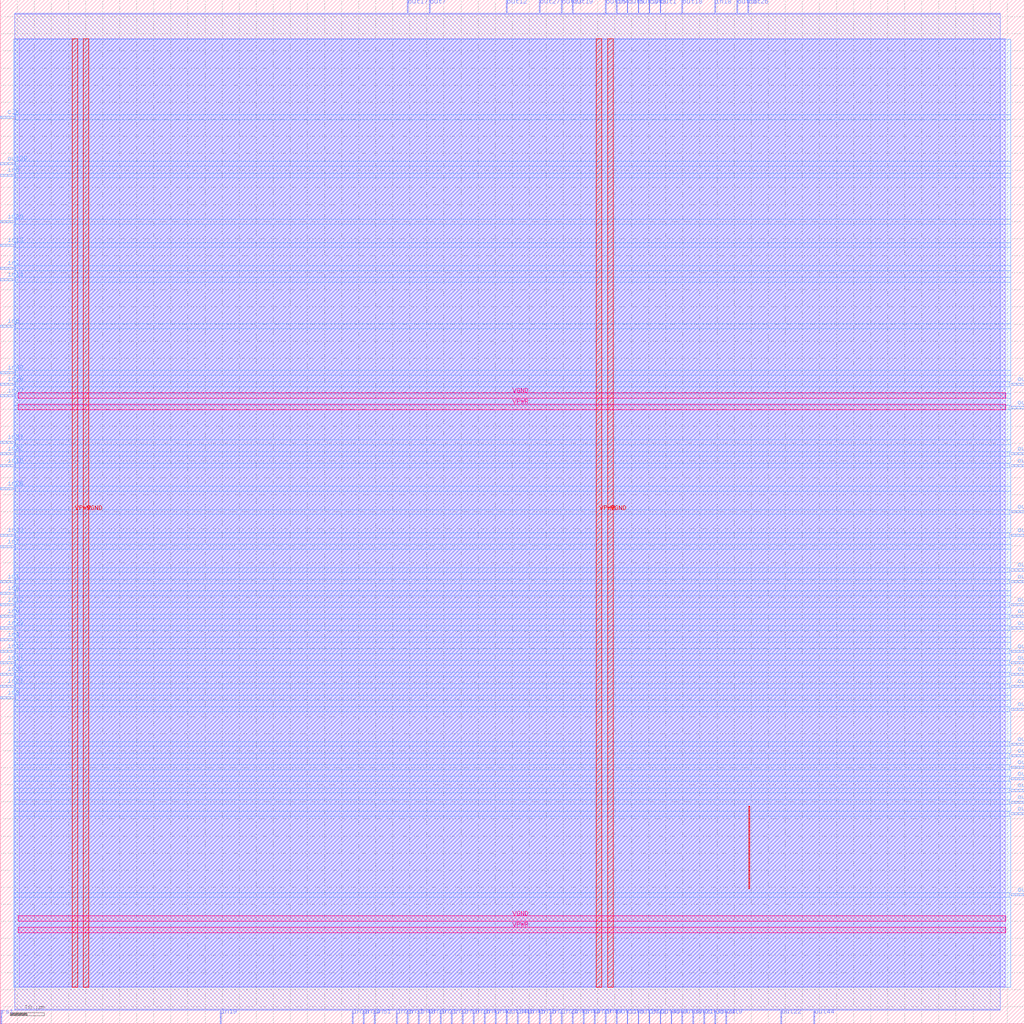
<source format=lef>
VERSION 5.7 ;
  NOWIREEXTENSIONATPIN ON ;
  DIVIDERCHAR "/" ;
  BUSBITCHARS "[]" ;
MACRO netlist_4
  CLASS BLOCK ;
  FOREIGN netlist_4 ;
  ORIGIN 0.000 0.000 ;
  SIZE 300.000 BY 300.000 ;
  PIN VGND
    DIRECTION INOUT ;
    USE GROUND ;
    PORT
      LAYER met4 ;
        RECT 24.340 10.640 25.940 288.560 ;
    END
    PORT
      LAYER met4 ;
        RECT 177.940 10.640 179.540 288.560 ;
    END
    PORT
      LAYER met5 ;
        RECT 5.280 30.030 294.640 31.630 ;
    END
    PORT
      LAYER met5 ;
        RECT 5.280 183.210 294.640 184.810 ;
    END
  END VGND
  PIN VPWR
    DIRECTION INOUT ;
    USE POWER ;
    PORT
      LAYER met4 ;
        RECT 21.040 10.640 22.640 288.560 ;
    END
    PORT
      LAYER met4 ;
        RECT 174.640 10.640 176.240 288.560 ;
    END
    PORT
      LAYER met5 ;
        RECT 5.280 26.730 294.640 28.330 ;
    END
    PORT
      LAYER met5 ;
        RECT 5.280 179.910 294.640 181.510 ;
    END
  END VPWR
  PIN clk
    DIRECTION INPUT ;
    USE SIGNAL ;
    ANTENNAGATEAREA 0.852000 ;
    ANTENNADIFFAREA 0.434700 ;
    PORT
      LAYER met3 ;
        RECT 0.000 265.240 4.000 265.840 ;
    END
  END clk
  PIN in0
    DIRECTION INPUT ;
    USE SIGNAL ;
    ANTENNAGATEAREA 0.196500 ;
    ANTENNADIFFAREA 0.434700 ;
    PORT
      LAYER met3 ;
        RECT 0.000 125.840 4.000 126.440 ;
    END
  END in0
  PIN in1
    DIRECTION INPUT ;
    USE SIGNAL ;
    ANTENNAGATEAREA 0.213000 ;
    ANTENNADIFFAREA 0.434700 ;
    PORT
      LAYER met3 ;
        RECT 0.000 129.240 4.000 129.840 ;
    END
  END in1
  PIN in10
    DIRECTION INPUT ;
    USE SIGNAL ;
    ANTENNAGATEAREA 0.196500 ;
    ANTENNADIFFAREA 0.434700 ;
    PORT
      LAYER met3 ;
        RECT 0.000 108.840 4.000 109.440 ;
    END
  END in10
  PIN in11
    DIRECTION INPUT ;
    USE SIGNAL ;
    ANTENNAGATEAREA 0.196500 ;
    ANTENNADIFFAREA 0.434700 ;
    PORT
      LAYER met3 ;
        RECT 0.000 105.440 4.000 106.040 ;
    END
  END in11
  PIN in12
    DIRECTION INPUT ;
    USE SIGNAL ;
    ANTENNAGATEAREA 0.196500 ;
    ANTENNADIFFAREA 0.434700 ;
    PORT
      LAYER met3 ;
        RECT 0.000 122.440 4.000 123.040 ;
    END
  END in12
  PIN in13
    DIRECTION INPUT ;
    USE SIGNAL ;
    ANTENNAGATEAREA 0.495000 ;
    ANTENNADIFFAREA 0.434700 ;
    PORT
      LAYER met3 ;
        RECT 0.000 227.840 4.000 228.440 ;
    END
  END in13
  PIN in14
    DIRECTION INPUT ;
    USE SIGNAL ;
    ANTENNAGATEAREA 0.213000 ;
    ANTENNADIFFAREA 0.434700 ;
    PORT
      LAYER met3 ;
        RECT 0.000 217.640 4.000 218.240 ;
    END
  END in14
  PIN in15
    DIRECTION INPUT ;
    USE SIGNAL ;
    ANTENNAGATEAREA 0.159000 ;
    ANTENNADIFFAREA 0.434700 ;
    PORT
      LAYER met3 ;
        RECT 0.000 163.240 4.000 163.840 ;
    END
  END in15
  PIN in16
    DIRECTION INPUT ;
    USE SIGNAL ;
    ANTENNAGATEAREA 0.196500 ;
    ANTENNADIFFAREA 0.434700 ;
    PORT
      LAYER met2 ;
        RECT 157.870 0.000 158.150 4.000 ;
    END
  END in16
  PIN in17
    DIRECTION INPUT ;
    USE SIGNAL ;
    ANTENNAGATEAREA 0.196500 ;
    ANTENNADIFFAREA 0.434700 ;
    PORT
      LAYER met3 ;
        RECT 0.000 183.640 4.000 184.240 ;
    END
  END in17
  PIN in18
    DIRECTION INPUT ;
    USE SIGNAL ;
    ANTENNAGATEAREA 0.159000 ;
    ANTENNADIFFAREA 0.434700 ;
    PORT
      LAYER met2 ;
        RECT 209.390 296.000 209.670 300.000 ;
    END
  END in18
  PIN in19
    DIRECTION INPUT ;
    USE SIGNAL ;
    ANTENNAGATEAREA 0.159000 ;
    ANTENNADIFFAREA 0.434700 ;
    PORT
      LAYER met2 ;
        RECT 64.490 0.000 64.770 4.000 ;
    END
  END in19
  PIN in2
    DIRECTION INPUT ;
    USE SIGNAL ;
    ANTENNAGATEAREA 0.213000 ;
    ANTENNADIFFAREA 0.434700 ;
    PORT
      LAYER met2 ;
        RECT 161.090 0.000 161.370 4.000 ;
    END
  END in2
  PIN in20
    DIRECTION INPUT ;
    USE SIGNAL ;
    ANTENNAGATEAREA 0.213000 ;
    ANTENNADIFFAREA 0.434700 ;
    PORT
      LAYER met3 ;
        RECT 0.000 234.640 4.000 235.240 ;
    END
  END in20
  PIN in21
    DIRECTION INPUT ;
    USE SIGNAL ;
    ANTENNAGATEAREA 0.126000 ;
    ANTENNADIFFAREA 0.434700 ;
    PORT
      LAYER met2 ;
        RECT 128.890 0.000 129.170 4.000 ;
    END
  END in21
  PIN in22
    DIRECTION INPUT ;
    USE SIGNAL ;
    ANTENNAGATEAREA 0.196500 ;
    ANTENNADIFFAREA 0.434700 ;
    PORT
      LAYER met2 ;
        RECT 190.070 0.000 190.350 4.000 ;
    END
  END in22
  PIN in23
    DIRECTION INPUT ;
    USE SIGNAL ;
    ANTENNAGATEAREA 0.159000 ;
    ANTENNADIFFAREA 0.434700 ;
    PORT
      LAYER met3 ;
        RECT 0.000 166.640 4.000 167.240 ;
    END
  END in23
  PIN in24
    DIRECTION INPUT ;
    USE SIGNAL ;
    ANTENNAGATEAREA 0.196500 ;
    ANTENNADIFFAREA 0.434700 ;
    PORT
      LAYER met2 ;
        RECT 164.310 0.000 164.590 4.000 ;
    END
  END in24
  PIN in25
    DIRECTION INPUT ;
    USE SIGNAL ;
    ANTENNAGATEAREA 0.196500 ;
    ANTENNADIFFAREA 0.434700 ;
    PORT
      LAYER met2 ;
        RECT 116.010 0.000 116.290 4.000 ;
    END
  END in25
  PIN in26
    DIRECTION INPUT ;
    USE SIGNAL ;
    ANTENNAGATEAREA 0.196500 ;
    ANTENNADIFFAREA 0.434700 ;
    PORT
      LAYER met3 ;
        RECT 0.000 156.440 4.000 157.040 ;
    END
  END in26
  PIN in27
    DIRECTION INPUT ;
    USE SIGNAL ;
    ANTENNAGATEAREA 0.196500 ;
    ANTENNADIFFAREA 0.434700 ;
    PORT
      LAYER met3 ;
        RECT 0.000 98.640 4.000 99.240 ;
    END
  END in27
  PIN in28
    DIRECTION INPUT ;
    USE SIGNAL ;
    ANTENNAGATEAREA 0.196500 ;
    ANTENNADIFFAREA 0.434700 ;
    PORT
      LAYER met3 ;
        RECT 0.000 187.040 4.000 187.640 ;
    END
  END in28
  PIN in29
    DIRECTION INPUT ;
    USE SIGNAL ;
    ANTENNAGATEAREA 0.196500 ;
    ANTENNADIFFAREA 0.434700 ;
    PORT
      LAYER met3 ;
        RECT 0.000 115.640 4.000 116.240 ;
    END
  END in29
  PIN in3
    DIRECTION INPUT ;
    USE SIGNAL ;
    ANTENNAGATEAREA 0.196500 ;
    ANTENNADIFFAREA 0.434700 ;
    PORT
      LAYER met3 ;
        RECT 0.000 221.040 4.000 221.640 ;
    END
  END in3
  PIN in30
    DIRECTION INPUT ;
    USE SIGNAL ;
    ANTENNAGATEAREA 0.213000 ;
    ANTENNADIFFAREA 0.434700 ;
    PORT
      LAYER met2 ;
        RECT 125.670 0.000 125.950 4.000 ;
    END
  END in30
  PIN in31
    DIRECTION INPUT ;
    USE SIGNAL ;
    ANTENNAGATEAREA 0.196500 ;
    ANTENNADIFFAREA 0.434700 ;
    PORT
      LAYER met2 ;
        RECT 119.230 0.000 119.510 4.000 ;
    END
  END in31
  PIN in32
    DIRECTION INPUT ;
    USE SIGNAL ;
    ANTENNAGATEAREA 0.196500 ;
    ANTENNADIFFAREA 0.434700 ;
    PORT
      LAYER met2 ;
        RECT 132.110 0.000 132.390 4.000 ;
    END
  END in32
  PIN in33
    DIRECTION INPUT ;
    USE SIGNAL ;
    ANTENNAGATEAREA 0.196500 ;
    ANTENNADIFFAREA 0.434700 ;
    PORT
      LAYER met3 ;
        RECT 0.000 142.840 4.000 143.440 ;
    END
  END in33
  PIN in34
    DIRECTION INPUT ;
    USE SIGNAL ;
    ANTENNAGATEAREA 0.196500 ;
    ANTENNADIFFAREA 0.434700 ;
    PORT
      LAYER met2 ;
        RECT 106.350 0.000 106.630 4.000 ;
    END
  END in34
  PIN in35
    DIRECTION INPUT ;
    USE SIGNAL ;
    ANTENNAGATEAREA 0.196500 ;
    ANTENNADIFFAREA 0.434700 ;
    PORT
      LAYER met3 ;
        RECT 0.000 102.040 4.000 102.640 ;
    END
  END in35
  PIN in36
    DIRECTION INPUT ;
    USE SIGNAL ;
    ANTENNAGATEAREA 0.196500 ;
    ANTENNADIFFAREA 0.434700 ;
    PORT
      LAYER met2 ;
        RECT 138.550 0.000 138.830 4.000 ;
    END
  END in36
  PIN in37
    DIRECTION INPUT ;
    USE SIGNAL ;
    ANTENNAGATEAREA 0.196500 ;
    ANTENNADIFFAREA 0.434700 ;
    PORT
      LAYER met3 ;
        RECT 0.000 170.040 4.000 170.640 ;
    END
  END in37
  PIN in38
    DIRECTION INPUT ;
    USE SIGNAL ;
    ANTENNAGATEAREA 0.213000 ;
    ANTENNADIFFAREA 0.434700 ;
    PORT
      LAYER met2 ;
        RECT 103.130 0.000 103.410 4.000 ;
    END
  END in38
  PIN in39
    DIRECTION INPUT ;
    USE SIGNAL ;
    ANTENNAGATEAREA 0.196500 ;
    ANTENNADIFFAREA 0.434700 ;
    PORT
      LAYER met2 ;
        RECT 173.970 0.000 174.250 4.000 ;
    END
  END in39
  PIN in4
    DIRECTION INPUT ;
    USE SIGNAL ;
    ANTENNAGATEAREA 0.196500 ;
    ANTENNADIFFAREA 0.434700 ;
    PORT
      LAYER met3 ;
        RECT 0.000 112.240 4.000 112.840 ;
    END
  END in4
  PIN in40
    DIRECTION INPUT ;
    USE SIGNAL ;
    ANTENNAGATEAREA 0.213000 ;
    ANTENNADIFFAREA 0.434700 ;
    PORT
      LAYER met3 ;
        RECT 0.000 190.440 4.000 191.040 ;
    END
  END in40
  PIN in41
    DIRECTION INPUT ;
    USE SIGNAL ;
    ANTENNAGATEAREA 0.159000 ;
    ANTENNADIFFAREA 0.434700 ;
    PORT
      LAYER met2 ;
        RECT 180.410 296.000 180.690 300.000 ;
    END
  END in41
  PIN in42
    DIRECTION INPUT ;
    USE SIGNAL ;
    ANTENNAGATEAREA 0.196500 ;
    ANTENNADIFFAREA 0.434700 ;
    PORT
      LAYER met2 ;
        RECT 144.990 0.000 145.270 4.000 ;
    END
  END in42
  PIN in43
    DIRECTION INPUT ;
    USE SIGNAL ;
    ANTENNAGATEAREA 0.196500 ;
    ANTENNADIFFAREA 0.434700 ;
    PORT
      LAYER met2 ;
        RECT 167.530 0.000 167.810 4.000 ;
    END
  END in43
  PIN in44
    DIRECTION INPUT ;
    USE SIGNAL ;
    ANTENNAGATEAREA 0.213000 ;
    ANTENNADIFFAREA 0.434700 ;
    PORT
      LAYER met2 ;
        RECT 170.750 0.000 171.030 4.000 ;
    END
  END in44
  PIN in45
    DIRECTION INPUT ;
    USE SIGNAL ;
    ANTENNAGATEAREA 0.196500 ;
    ANTENNADIFFAREA 0.434700 ;
    PORT
      LAYER met2 ;
        RECT 154.650 0.000 154.930 4.000 ;
    END
  END in45
  PIN in46
    DIRECTION INPUT ;
    USE SIGNAL ;
    ANTENNAGATEAREA 0.196500 ;
    ANTENNADIFFAREA 0.434700 ;
    PORT
      LAYER met2 ;
        RECT 151.430 0.000 151.710 4.000 ;
    END
  END in46
  PIN in47
    DIRECTION INPUT ;
    USE SIGNAL ;
    ANTENNAGATEAREA 0.126000 ;
    ANTENNADIFFAREA 0.434700 ;
    PORT
      LAYER met2 ;
        RECT 141.770 0.000 142.050 4.000 ;
    END
  END in47
  PIN in48
    DIRECTION INPUT ;
    USE SIGNAL ;
    ANTENNAGATEAREA 0.196500 ;
    ANTENNADIFFAREA 0.434700 ;
    PORT
      LAYER met2 ;
        RECT 122.450 0.000 122.730 4.000 ;
    END
  END in48
  PIN in49
    DIRECTION INPUT ;
    USE SIGNAL ;
    ANTENNAGATEAREA 0.196500 ;
    ANTENNADIFFAREA 0.434700 ;
    PORT
      LAYER met2 ;
        RECT 177.190 0.000 177.470 4.000 ;
    END
  END in49
  PIN in5
    DIRECTION INPUT ;
    USE SIGNAL ;
    ANTENNAGATEAREA 0.159000 ;
    ANTENNADIFFAREA 0.434700 ;
    PORT
      LAYER met3 ;
        RECT 0.000 248.240 4.000 248.840 ;
    END
  END in5
  PIN in50
    DIRECTION INPUT ;
    USE SIGNAL ;
    ANTENNAGATEAREA 0.213000 ;
    ANTENNADIFFAREA 0.434700 ;
    PORT
      LAYER met2 ;
        RECT 135.330 0.000 135.610 4.000 ;
    END
  END in50
  PIN in51
    DIRECTION INPUT ;
    USE SIGNAL ;
    ANTENNAGATEAREA 0.213000 ;
    ANTENNADIFFAREA 0.434700 ;
    PORT
      LAYER met2 ;
        RECT 109.570 0.000 109.850 4.000 ;
    END
  END in51
  PIN in6
    DIRECTION INPUT ;
    USE SIGNAL ;
    ANTENNAGATEAREA 0.213000 ;
    ANTENNADIFFAREA 0.434700 ;
    PORT
      LAYER met3 ;
        RECT 0.000 204.040 4.000 204.640 ;
    END
  END in6
  PIN in7
    DIRECTION INPUT ;
    USE SIGNAL ;
    ANTENNAGATEAREA 0.742500 ;
    ANTENNADIFFAREA 0.434700 ;
    PORT
      LAYER met3 ;
        RECT 0.000 139.440 4.000 140.040 ;
    END
  END in7
  PIN in8
    DIRECTION INPUT ;
    USE SIGNAL ;
    ANTENNAGATEAREA 0.196500 ;
    ANTENNADIFFAREA 0.434700 ;
    PORT
      LAYER met3 ;
        RECT 0.000 119.040 4.000 119.640 ;
    END
  END in8
  PIN in9
    DIRECTION INPUT ;
    USE SIGNAL ;
    ANTENNAGATEAREA 0.196500 ;
    ANTENNADIFFAREA 0.434700 ;
    PORT
      LAYER met3 ;
        RECT 0.000 95.240 4.000 95.840 ;
    END
  END in9
  PIN out0
    DIRECTION OUTPUT ;
    USE SIGNAL ;
    ANTENNADIFFAREA 0.445500 ;
    PORT
      LAYER met2 ;
        RECT 196.510 0.000 196.790 4.000 ;
    END
  END out0
  PIN out1
    DIRECTION OUTPUT ;
    USE SIGNAL ;
    ANTENNADIFFAREA 0.795200 ;
    PORT
      LAYER met2 ;
        RECT 193.290 296.000 193.570 300.000 ;
    END
  END out1
  PIN out10
    DIRECTION OUTPUT ;
    USE SIGNAL ;
    ANTENNADIFFAREA 0.795200 ;
    PORT
      LAYER met2 ;
        RECT 186.850 296.000 187.130 300.000 ;
    END
  END out10
  PIN out11
    DIRECTION OUTPUT ;
    USE SIGNAL ;
    ANTENNADIFFAREA 0.445500 ;
    PORT
      LAYER met2 ;
        RECT 180.410 0.000 180.690 4.000 ;
    END
  END out11
  PIN out12
    DIRECTION OUTPUT ;
    USE SIGNAL ;
    ANTENNADIFFAREA 0.795200 ;
    PORT
      LAYER met2 ;
        RECT 148.210 296.000 148.490 300.000 ;
    END
  END out12
  PIN out13
    DIRECTION OUTPUT ;
    USE SIGNAL ;
    ANTENNADIFFAREA 0.445500 ;
    PORT
      LAYER met3 ;
        RECT 296.000 105.440 300.000 106.040 ;
    END
  END out13
  PIN out14
    DIRECTION OUTPUT ;
    USE SIGNAL ;
    ANTENNADIFFAREA 0.445500 ;
    PORT
      LAYER met3 ;
        RECT 296.000 98.640 300.000 99.240 ;
    END
  END out14
  PIN out15
    DIRECTION OUTPUT ;
    USE SIGNAL ;
    ANTENNADIFFAREA 0.795200 ;
    PORT
      LAYER met2 ;
        RECT 177.190 296.000 177.470 300.000 ;
    END
  END out15
  PIN out16
    DIRECTION OUTPUT ;
    USE SIGNAL ;
    ANTENNADIFFAREA 0.795200 ;
    PORT
      LAYER met2 ;
        RECT 215.830 296.000 216.110 300.000 ;
    END
  END out16
  PIN out17
    DIRECTION OUTPUT ;
    USE SIGNAL ;
    ANTENNADIFFAREA 0.795200 ;
    PORT
      LAYER met2 ;
        RECT 119.230 296.000 119.510 300.000 ;
    END
  END out17
  PIN out18
    DIRECTION OUTPUT ;
    USE SIGNAL ;
    ANTENNADIFFAREA 0.795200 ;
    PORT
      LAYER met2 ;
        RECT 199.730 296.000 200.010 300.000 ;
    END
  END out18
  PIN out19
    DIRECTION OUTPUT ;
    USE SIGNAL ;
    ANTENNADIFFAREA 0.795200 ;
    PORT
      LAYER met2 ;
        RECT 167.530 296.000 167.810 300.000 ;
    END
  END out19
  PIN out2
    DIRECTION OUTPUT ;
    USE SIGNAL ;
    ANTENNADIFFAREA 0.445500 ;
    PORT
      LAYER met3 ;
        RECT 296.000 115.640 300.000 116.240 ;
    END
  END out2
  PIN out20
    DIRECTION OUTPUT ;
    USE SIGNAL ;
    ANTENNADIFFAREA 0.445500 ;
    PORT
      LAYER met2 ;
        RECT 186.850 0.000 187.130 4.000 ;
    END
  END out20
  PIN out21
    DIRECTION OUTPUT ;
    USE SIGNAL ;
    ANTENNADIFFAREA 0.445500 ;
    PORT
      LAYER met2 ;
        RECT 202.950 0.000 203.230 4.000 ;
    END
  END out21
  PIN out22
    DIRECTION OUTPUT ;
    USE SIGNAL ;
    ANTENNADIFFAREA 0.445500 ;
    PORT
      LAYER met2 ;
        RECT 228.710 0.000 228.990 4.000 ;
    END
  END out22
  PIN out23
    DIRECTION OUTPUT ;
    USE SIGNAL ;
    ANTENNADIFFAREA 0.795200 ;
    PORT
      LAYER met2 ;
        RECT 164.310 296.000 164.590 300.000 ;
    END
  END out23
  PIN out24
    DIRECTION OUTPUT ;
    USE SIGNAL ;
    ANTENNADIFFAREA 0.445500 ;
    PORT
      LAYER met2 ;
        RECT 209.390 0.000 209.670 4.000 ;
    END
  END out24
  PIN out25
    DIRECTION OUTPUT ;
    USE SIGNAL ;
    ANTENNADIFFAREA 0.445500 ;
    PORT
      LAYER met3 ;
        RECT 296.000 187.040 300.000 187.640 ;
    END
  END out25
  PIN out26
    DIRECTION OUTPUT ;
    USE SIGNAL ;
    ANTENNADIFFAREA 0.795200 ;
    PORT
      LAYER met2 ;
        RECT 219.050 296.000 219.330 300.000 ;
    END
  END out26
  PIN out27
    DIRECTION OUTPUT ;
    USE SIGNAL ;
    ANTENNADIFFAREA 0.340600 ;
    PORT
      LAYER met2 ;
        RECT 157.870 296.000 158.150 300.000 ;
    END
  END out27
  PIN out28
    DIRECTION OUTPUT ;
    USE SIGNAL ;
    ANTENNADIFFAREA 0.445500 ;
    PORT
      LAYER met3 ;
        RECT 296.000 119.040 300.000 119.640 ;
    END
  END out28
  PIN out29
    DIRECTION OUTPUT ;
    USE SIGNAL ;
    ANTENNADIFFAREA 0.445500 ;
    PORT
      LAYER met3 ;
        RECT 296.000 129.240 300.000 129.840 ;
    END
  END out29
  PIN out3
    DIRECTION OUTPUT ;
    USE SIGNAL ;
    ANTENNADIFFAREA 0.795200 ;
    PORT
      LAYER met2 ;
        RECT 190.070 296.000 190.350 300.000 ;
    END
  END out3
  PIN out30
    DIRECTION OUTPUT ;
    USE SIGNAL ;
    ANTENNADIFFAREA 0.445500 ;
    PORT
      LAYER met2 ;
        RECT 199.730 0.000 200.010 4.000 ;
    END
  END out30
  PIN out31
    DIRECTION OUTPUT ;
    USE SIGNAL ;
    ANTENNADIFFAREA 0.445500 ;
    PORT
      LAYER met3 ;
        RECT 296.000 37.440 300.000 38.040 ;
    END
  END out31
  PIN out32
    DIRECTION OUTPUT ;
    USE SIGNAL ;
    ANTENNADIFFAREA 0.445500 ;
    PORT
      LAYER met3 ;
        RECT 296.000 108.840 300.000 109.440 ;
    END
  END out32
  PIN out33
    DIRECTION OUTPUT ;
    USE SIGNAL ;
    ANTENNADIFFAREA 0.445500 ;
    PORT
      LAYER met3 ;
        RECT 296.000 91.840 300.000 92.440 ;
    END
  END out33
  PIN out34
    DIRECTION OUTPUT ;
    USE SIGNAL ;
    ANTENNADIFFAREA 0.445500 ;
    PORT
      LAYER met2 ;
        RECT 148.210 0.000 148.490 4.000 ;
    END
  END out34
  PIN out35
    DIRECTION OUTPUT ;
    USE SIGNAL ;
    ANTENNADIFFAREA 0.445500 ;
    PORT
      LAYER met2 ;
        RECT 206.170 0.000 206.450 4.000 ;
    END
  END out35
  PIN out36
    DIRECTION OUTPUT ;
    USE SIGNAL ;
    ANTENNADIFFAREA 0.445500 ;
    PORT
      LAYER met3 ;
        RECT 296.000 180.240 300.000 180.840 ;
    END
  END out36
  PIN out37
    DIRECTION OUTPUT ;
    USE SIGNAL ;
    ANTENNADIFFAREA 0.340600 ;
    PORT
      LAYER met3 ;
        RECT 296.000 163.240 300.000 163.840 ;
    END
  END out37
  PIN out38
    DIRECTION OUTPUT ;
    USE SIGNAL ;
    ANTENNADIFFAREA 0.340600 ;
    PORT
      LAYER met3 ;
        RECT 296.000 166.640 300.000 167.240 ;
    END
  END out38
  PIN out39
    DIRECTION OUTPUT ;
    USE SIGNAL ;
    ANTENNADIFFAREA 0.445500 ;
    PORT
      LAYER met3 ;
        RECT 0.000 251.640 4.000 252.240 ;
    END
  END out39
  PIN out4
    DIRECTION OUTPUT ;
    USE SIGNAL ;
    ANTENNADIFFAREA 0.445500 ;
    PORT
      LAYER met3 ;
        RECT 296.000 122.440 300.000 123.040 ;
    END
  END out4
  PIN out40
    DIRECTION OUTPUT ;
    USE SIGNAL ;
    ANTENNADIFFAREA 0.445500 ;
    PORT
      LAYER met2 ;
        RECT 193.290 0.000 193.570 4.000 ;
    END
  END out40
  PIN out41
    DIRECTION OUTPUT ;
    USE SIGNAL ;
    ANTENNADIFFAREA 0.445500 ;
    PORT
      LAYER met3 ;
        RECT 296.000 64.640 300.000 65.240 ;
    END
  END out41
  PIN out42
    DIRECTION OUTPUT ;
    USE SIGNAL ;
    ANTENNADIFFAREA 0.445500 ;
    PORT
      LAYER met3 ;
        RECT 296.000 81.640 300.000 82.240 ;
    END
  END out42
  PIN out43
    DIRECTION OUTPUT ;
    USE SIGNAL ;
    ANTENNADIFFAREA 0.445500 ;
    PORT
      LAYER met3 ;
        RECT 296.000 102.040 300.000 102.640 ;
    END
  END out43
  PIN out44
    DIRECTION OUTPUT ;
    USE SIGNAL ;
    ANTENNADIFFAREA 0.445500 ;
    PORT
      LAYER met2 ;
        RECT 238.370 0.000 238.650 4.000 ;
    END
  END out44
  PIN out45
    DIRECTION OUTPUT ;
    USE SIGNAL ;
    ANTENNADIFFAREA 0.445500 ;
    PORT
      LAYER met3 ;
        RECT 296.000 78.240 300.000 78.840 ;
    END
  END out45
  PIN out46
    DIRECTION OUTPUT ;
    USE SIGNAL ;
    ANTENNADIFFAREA 0.445500 ;
    PORT
      LAYER met3 ;
        RECT 296.000 149.640 300.000 150.240 ;
    END
  END out46
  PIN out47
    DIRECTION OUTPUT ;
    USE SIGNAL ;
    ANTENNADIFFAREA 0.445500 ;
    PORT
      LAYER met3 ;
        RECT 296.000 142.840 300.000 143.440 ;
    END
  END out47
  PIN out48
    DIRECTION OUTPUT ;
    USE SIGNAL ;
    ANTENNADIFFAREA 0.445500 ;
    PORT
      LAYER met3 ;
        RECT 296.000 61.240 300.000 61.840 ;
    END
  END out48
  PIN out49
    DIRECTION OUTPUT ;
    USE SIGNAL ;
    ANTENNADIFFAREA 0.445500 ;
    PORT
      LAYER met3 ;
        RECT 296.000 71.440 300.000 72.040 ;
    END
  END out49
  PIN out5
    DIRECTION OUTPUT ;
    USE SIGNAL ;
    ANTENNADIFFAREA 0.795200 ;
    PORT
      LAYER met2 ;
        RECT 183.630 296.000 183.910 300.000 ;
    END
  END out5
  PIN out50
    DIRECTION OUTPUT ;
    USE SIGNAL ;
    ANTENNADIFFAREA 0.445500 ;
    PORT
      LAYER met3 ;
        RECT 296.000 68.040 300.000 68.640 ;
    END
  END out50
  PIN out51
    DIRECTION OUTPUT ;
    USE SIGNAL ;
    ANTENNADIFFAREA 0.445500 ;
    PORT
      LAYER met3 ;
        RECT 296.000 74.840 300.000 75.440 ;
    END
  END out51
  PIN out6
    DIRECTION OUTPUT ;
    USE SIGNAL ;
    ANTENNADIFFAREA 0.445500 ;
    PORT
      LAYER met2 ;
        RECT 183.630 0.000 183.910 4.000 ;
    END
  END out6
  PIN out7
    DIRECTION OUTPUT ;
    USE SIGNAL ;
    ANTENNADIFFAREA 0.795200 ;
    PORT
      LAYER met2 ;
        RECT 125.670 296.000 125.950 300.000 ;
    END
  END out7
  PIN out8
    DIRECTION OUTPUT ;
    USE SIGNAL ;
    ANTENNADIFFAREA 0.445500 ;
    PORT
      LAYER met3 ;
        RECT 296.000 132.640 300.000 133.240 ;
    END
  END out8
  PIN out9
    DIRECTION OUTPUT ;
    USE SIGNAL ;
    ANTENNADIFFAREA 0.445500 ;
    PORT
      LAYER met2 ;
        RECT 212.610 0.000 212.890 4.000 ;
    END
  END out9
  PIN rst
    DIRECTION INPUT ;
    USE SIGNAL ;
    PORT
      LAYER met2 ;
        RECT 0.090 0.000 0.370 4.000 ;
    END
  END rst
  OBS
      LAYER li1 ;
        RECT 5.520 10.795 294.400 288.405 ;
      LAYER met1 ;
        RECT 4.210 10.640 294.400 288.560 ;
      LAYER met2 ;
        RECT 4.230 295.720 118.950 296.000 ;
        RECT 119.790 295.720 125.390 296.000 ;
        RECT 126.230 295.720 147.930 296.000 ;
        RECT 148.770 295.720 157.590 296.000 ;
        RECT 158.430 295.720 164.030 296.000 ;
        RECT 164.870 295.720 167.250 296.000 ;
        RECT 168.090 295.720 176.910 296.000 ;
        RECT 177.750 295.720 180.130 296.000 ;
        RECT 180.970 295.720 183.350 296.000 ;
        RECT 184.190 295.720 186.570 296.000 ;
        RECT 187.410 295.720 189.790 296.000 ;
        RECT 190.630 295.720 193.010 296.000 ;
        RECT 193.850 295.720 199.450 296.000 ;
        RECT 200.290 295.720 209.110 296.000 ;
        RECT 209.950 295.720 215.550 296.000 ;
        RECT 216.390 295.720 218.770 296.000 ;
        RECT 219.610 295.720 292.930 296.000 ;
        RECT 4.230 4.280 292.930 295.720 ;
        RECT 4.230 4.000 64.210 4.280 ;
        RECT 65.050 4.000 102.850 4.280 ;
        RECT 103.690 4.000 106.070 4.280 ;
        RECT 106.910 4.000 109.290 4.280 ;
        RECT 110.130 4.000 115.730 4.280 ;
        RECT 116.570 4.000 118.950 4.280 ;
        RECT 119.790 4.000 122.170 4.280 ;
        RECT 123.010 4.000 125.390 4.280 ;
        RECT 126.230 4.000 128.610 4.280 ;
        RECT 129.450 4.000 131.830 4.280 ;
        RECT 132.670 4.000 135.050 4.280 ;
        RECT 135.890 4.000 138.270 4.280 ;
        RECT 139.110 4.000 141.490 4.280 ;
        RECT 142.330 4.000 144.710 4.280 ;
        RECT 145.550 4.000 147.930 4.280 ;
        RECT 148.770 4.000 151.150 4.280 ;
        RECT 151.990 4.000 154.370 4.280 ;
        RECT 155.210 4.000 157.590 4.280 ;
        RECT 158.430 4.000 160.810 4.280 ;
        RECT 161.650 4.000 164.030 4.280 ;
        RECT 164.870 4.000 167.250 4.280 ;
        RECT 168.090 4.000 170.470 4.280 ;
        RECT 171.310 4.000 173.690 4.280 ;
        RECT 174.530 4.000 176.910 4.280 ;
        RECT 177.750 4.000 180.130 4.280 ;
        RECT 180.970 4.000 183.350 4.280 ;
        RECT 184.190 4.000 186.570 4.280 ;
        RECT 187.410 4.000 189.790 4.280 ;
        RECT 190.630 4.000 193.010 4.280 ;
        RECT 193.850 4.000 196.230 4.280 ;
        RECT 197.070 4.000 199.450 4.280 ;
        RECT 200.290 4.000 202.670 4.280 ;
        RECT 203.510 4.000 205.890 4.280 ;
        RECT 206.730 4.000 209.110 4.280 ;
        RECT 209.950 4.000 212.330 4.280 ;
        RECT 213.170 4.000 228.430 4.280 ;
        RECT 229.270 4.000 238.090 4.280 ;
        RECT 238.930 4.000 292.930 4.280 ;
      LAYER met3 ;
        RECT 3.990 266.240 296.000 288.485 ;
        RECT 4.400 264.840 296.000 266.240 ;
        RECT 3.990 252.640 296.000 264.840 ;
        RECT 4.400 251.240 296.000 252.640 ;
        RECT 3.990 249.240 296.000 251.240 ;
        RECT 4.400 247.840 296.000 249.240 ;
        RECT 3.990 235.640 296.000 247.840 ;
        RECT 4.400 234.240 296.000 235.640 ;
        RECT 3.990 228.840 296.000 234.240 ;
        RECT 4.400 227.440 296.000 228.840 ;
        RECT 3.990 222.040 296.000 227.440 ;
        RECT 4.400 220.640 296.000 222.040 ;
        RECT 3.990 218.640 296.000 220.640 ;
        RECT 4.400 217.240 296.000 218.640 ;
        RECT 3.990 205.040 296.000 217.240 ;
        RECT 4.400 203.640 296.000 205.040 ;
        RECT 3.990 191.440 296.000 203.640 ;
        RECT 4.400 190.040 296.000 191.440 ;
        RECT 3.990 188.040 296.000 190.040 ;
        RECT 4.400 186.640 295.600 188.040 ;
        RECT 3.990 184.640 296.000 186.640 ;
        RECT 4.400 183.240 296.000 184.640 ;
        RECT 3.990 181.240 296.000 183.240 ;
        RECT 3.990 179.840 295.600 181.240 ;
        RECT 3.990 171.040 296.000 179.840 ;
        RECT 4.400 169.640 296.000 171.040 ;
        RECT 3.990 167.640 296.000 169.640 ;
        RECT 4.400 166.240 295.600 167.640 ;
        RECT 3.990 164.240 296.000 166.240 ;
        RECT 4.400 162.840 295.600 164.240 ;
        RECT 3.990 157.440 296.000 162.840 ;
        RECT 4.400 156.040 296.000 157.440 ;
        RECT 3.990 150.640 296.000 156.040 ;
        RECT 3.990 149.240 295.600 150.640 ;
        RECT 3.990 143.840 296.000 149.240 ;
        RECT 4.400 142.440 295.600 143.840 ;
        RECT 3.990 140.440 296.000 142.440 ;
        RECT 4.400 139.040 296.000 140.440 ;
        RECT 3.990 133.640 296.000 139.040 ;
        RECT 3.990 132.240 295.600 133.640 ;
        RECT 3.990 130.240 296.000 132.240 ;
        RECT 4.400 128.840 295.600 130.240 ;
        RECT 3.990 126.840 296.000 128.840 ;
        RECT 4.400 125.440 296.000 126.840 ;
        RECT 3.990 123.440 296.000 125.440 ;
        RECT 4.400 122.040 295.600 123.440 ;
        RECT 3.990 120.040 296.000 122.040 ;
        RECT 4.400 118.640 295.600 120.040 ;
        RECT 3.990 116.640 296.000 118.640 ;
        RECT 4.400 115.240 295.600 116.640 ;
        RECT 3.990 113.240 296.000 115.240 ;
        RECT 4.400 111.840 296.000 113.240 ;
        RECT 3.990 109.840 296.000 111.840 ;
        RECT 4.400 108.440 295.600 109.840 ;
        RECT 3.990 106.440 296.000 108.440 ;
        RECT 4.400 105.040 295.600 106.440 ;
        RECT 3.990 103.040 296.000 105.040 ;
        RECT 4.400 101.640 295.600 103.040 ;
        RECT 3.990 99.640 296.000 101.640 ;
        RECT 4.400 98.240 295.600 99.640 ;
        RECT 3.990 96.240 296.000 98.240 ;
        RECT 4.400 94.840 296.000 96.240 ;
        RECT 3.990 92.840 296.000 94.840 ;
        RECT 3.990 91.440 295.600 92.840 ;
        RECT 3.990 82.640 296.000 91.440 ;
        RECT 3.990 81.240 295.600 82.640 ;
        RECT 3.990 79.240 296.000 81.240 ;
        RECT 3.990 77.840 295.600 79.240 ;
        RECT 3.990 75.840 296.000 77.840 ;
        RECT 3.990 74.440 295.600 75.840 ;
        RECT 3.990 72.440 296.000 74.440 ;
        RECT 3.990 71.040 295.600 72.440 ;
        RECT 3.990 69.040 296.000 71.040 ;
        RECT 3.990 67.640 295.600 69.040 ;
        RECT 3.990 65.640 296.000 67.640 ;
        RECT 3.990 64.240 295.600 65.640 ;
        RECT 3.990 62.240 296.000 64.240 ;
        RECT 3.990 60.840 295.600 62.240 ;
        RECT 3.990 38.440 296.000 60.840 ;
        RECT 3.990 37.040 295.600 38.440 ;
        RECT 3.990 10.715 296.000 37.040 ;
      LAYER met4 ;
        RECT 219.255 39.615 219.585 63.745 ;
  END
END netlist_4
END LIBRARY


</source>
